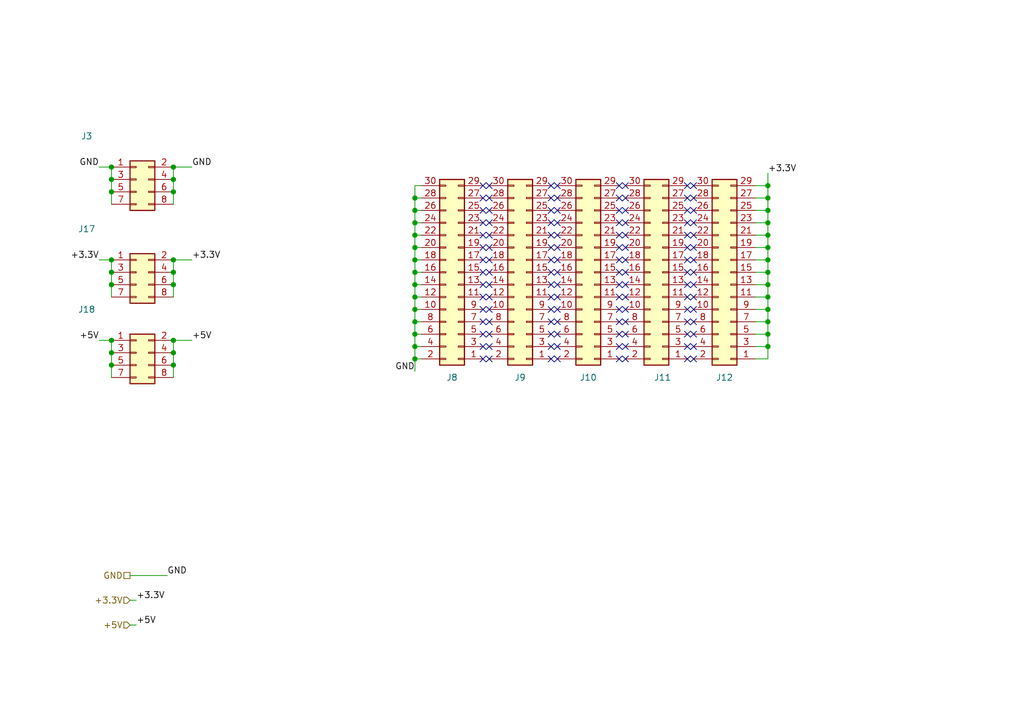
<source format=kicad_sch>
(kicad_sch (version 20231120) (generator "eeschema") (generator_version "8.0")
  (paper "A5")
  (title_block (title "PCB Inerface - Solder area") (date "2024-08-29") (rev "1.0") (company "Designed by CREPP-NLG"))
  (lib_symbols
    (symbol "Connector_Generic:Conn_02x04_Odd_Even" (pin_names (offset 1.016) hide)
      (property "Reference" "J" (at 1.27 5.08 0))
      (property "Value" "Conn_02x04_Odd_Even" (at 1.27 -7.62 0))
      (symbol "Conn_02x04_Odd_Even_1_1"
        (rectangle (start -1.27 -4.953) (end 0 -5.207) (stroke (width 0.1524)))
        (rectangle (start -1.27 -2.413) (end 0 -2.667) (stroke (width 0.1524)))
        (rectangle (start -1.27 0.127) (end 0 -0.127) (stroke (width 0.1524)))
        (rectangle (start -1.27 2.667) (end 0 2.413) (stroke (width 0.1524)))
        (rectangle (start -1.27 3.81) (end 3.81 -6.35) (stroke (width 0.254)) (fill (type background)))
        (rectangle (start 3.81 -4.953) (end 2.54 -5.207) (stroke (width 0.1524)))
        (rectangle (start 3.81 -2.413) (end 2.54 -2.667) (stroke (width 0.1524)))
        (rectangle (start 3.81 0.127) (end 2.54 -0.127) (stroke (width 0.1524)))
        (rectangle (start 3.81 2.667) (end 2.54 2.413) (stroke (width 0.1524)))
        (pin passive line (at -5.08 2.54 0) (length 3.81) (name "Pin_1") (number "1"))
        (pin passive line (at 7.62 2.54 180) (length 3.81) (name "Pin_2") (number "2"))
        (pin passive line (at -5.08 0 0) (length 3.81) (name "Pin_3") (number "3"))
        (pin passive line (at 7.62 0 180) (length 3.81) (name "Pin_4") (number "4"))
        (pin passive line (at -5.08 -2.54 0) (length 3.81) (name "Pin_5") (number "5"))
        (pin passive line (at 7.62 -2.54 180) (length 3.81) (name "Pin_6") (number "6"))
        (pin passive line (at -5.08 -5.08 0) (length 3.81) (name "Pin_7") (number "7"))
        (pin passive line (at 7.62 -5.08 180) (length 3.81) (name "Pin_8") (number "8"))
      )
    )
    (symbol "Connector_Generic:Conn_02x15_Odd_Even" (pin_names (offset 1.016) hide)
      (property "Reference" "J" (at 1.27 20.32 0))
      (property "Value" "Conn_02x15_Odd_Even" (at 1.27 -20.32 0))
      (symbol "Conn_02x15_Odd_Even_1_1"
        (rectangle (start -1.27 -17.653) (end 0 -17.907) (stroke (width 0.1524)))
        (rectangle (start -1.27 -15.113) (end 0 -15.367) (stroke (width 0.1524)))
        (rectangle (start -1.27 -12.573) (end 0 -12.827) (stroke (width 0.1524)))
        (rectangle (start -1.27 -10.033) (end 0 -10.287) (stroke (width 0.1524)))
        (rectangle (start -1.27 -7.493) (end 0 -7.747) (stroke (width 0.1524)))
        (rectangle (start -1.27 -4.953) (end 0 -5.207) (stroke (width 0.1524)))
        (rectangle (start -1.27 -2.413) (end 0 -2.667) (stroke (width 0.1524)))
        (rectangle (start -1.27 0.127) (end 0 -0.127) (stroke (width 0.1524)))
        (rectangle (start -1.27 2.667) (end 0 2.413) (stroke (width 0.1524)))
        (rectangle (start -1.27 5.207) (end 0 4.953) (stroke (width 0.1524)))
        (rectangle (start -1.27 7.747) (end 0 7.493) (stroke (width 0.1524)))
        (rectangle (start -1.27 10.287) (end 0 10.033) (stroke (width 0.1524)))
        (rectangle (start -1.27 12.827) (end 0 12.573) (stroke (width 0.1524)))
        (rectangle (start -1.27 15.367) (end 0 15.113) (stroke (width 0.1524)))
        (rectangle (start -1.27 17.907) (end 0 17.653) (stroke (width 0.1524)))
        (rectangle (start -1.27 19.05) (end 3.81 -19.05) (stroke (width 0.254)) (fill (type background)))
        (rectangle (start 3.81 -17.653) (end 2.54 -17.907) (stroke (width 0.1524)))
        (rectangle (start 3.81 -15.113) (end 2.54 -15.367) (stroke (width 0.1524)))
        (rectangle (start 3.81 -12.573) (end 2.54 -12.827) (stroke (width 0.1524)))
        (rectangle (start 3.81 -10.033) (end 2.54 -10.287) (stroke (width 0.1524)))
        (rectangle (start 3.81 -7.493) (end 2.54 -7.747) (stroke (width 0.1524)))
        (rectangle (start 3.81 -4.953) (end 2.54 -5.207) (stroke (width 0.1524)))
        (rectangle (start 3.81 -2.413) (end 2.54 -2.667) (stroke (width 0.1524)))
        (rectangle (start 3.81 0.127) (end 2.54 -0.127) (stroke (width 0.1524)))
        (rectangle (start 3.81 2.667) (end 2.54 2.413) (stroke (width 0.1524)))
        (rectangle (start 3.81 5.207) (end 2.54 4.953) (stroke (width 0.1524)))
        (rectangle (start 3.81 7.747) (end 2.54 7.493) (stroke (width 0.1524)))
        (rectangle (start 3.81 10.287) (end 2.54 10.033) (stroke (width 0.1524)))
        (rectangle (start 3.81 12.827) (end 2.54 12.573) (stroke (width 0.1524)))
        (rectangle (start 3.81 15.367) (end 2.54 15.113) (stroke (width 0.1524)))
        (rectangle (start 3.81 17.907) (end 2.54 17.653) (stroke (width 0.1524)))
        (pin passive line (at -5.08 17.78 0) (length 3.81) (name "Pin_1") (number "1"))
        (pin passive line (at 7.62 7.62 180) (length 3.81) (name "Pin_10") (number "10"))
        (pin passive line (at -5.08 5.08 0) (length 3.81) (name "Pin_11") (number "11"))
        (pin passive line (at 7.62 5.08 180) (length 3.81) (name "Pin_12") (number "12"))
        (pin passive line (at -5.08 2.54 0) (length 3.81) (name "Pin_13") (number "13"))
        (pin passive line (at 7.62 2.54 180) (length 3.81) (name "Pin_14") (number "14"))
        (pin passive line (at -5.08 0 0) (length 3.81) (name "Pin_15") (number "15"))
        (pin passive line (at 7.62 0 180) (length 3.81) (name "Pin_16") (number "16"))
        (pin passive line (at -5.08 -2.54 0) (length 3.81) (name "Pin_17") (number "17"))
        (pin passive line (at 7.62 -2.54 180) (length 3.81) (name "Pin_18") (number "18"))
        (pin passive line (at -5.08 -5.08 0) (length 3.81) (name "Pin_19") (number "19"))
        (pin passive line (at 7.62 17.78 180) (length 3.81) (name "Pin_2") (number "2"))
        (pin passive line (at 7.62 -5.08 180) (length 3.81) (name "Pin_20") (number "20"))
        (pin passive line (at -5.08 -7.62 0) (length 3.81) (name "Pin_21") (number "21"))
        (pin passive line (at 7.62 -7.62 180) (length 3.81) (name "Pin_22") (number "22"))
        (pin passive line (at -5.08 -10.16 0) (length 3.81) (name "Pin_23") (number "23"))
        (pin passive line (at 7.62 -10.16 180) (length 3.81) (name "Pin_24") (number "24"))
        (pin passive line (at -5.08 -12.7 0) (length 3.81) (name "Pin_25") (number "25"))
        (pin passive line (at 7.62 -12.7 180) (length 3.81) (name "Pin_26") (number "26"))
        (pin passive line (at -5.08 -15.24 0) (length 3.81) (name "Pin_27") (number "27"))
        (pin passive line (at 7.62 -15.24 180) (length 3.81) (name "Pin_28") (number "28"))
        (pin passive line (at -5.08 -17.78 0) (length 3.81) (name "Pin_29") (number "29"))
        (pin passive line (at -5.08 15.24 0) (length 3.81) (name "Pin_3") (number "3"))
        (pin passive line (at 7.62 -17.78 180) (length 3.81) (name "Pin_30") (number "30"))
        (pin passive line (at 7.62 15.24 180) (length 3.81) (name "Pin_4") (number "4"))
        (pin passive line (at -5.08 12.7 0) (length 3.81) (name "Pin_5") (number "5"))
        (pin passive line (at 7.62 12.7 180) (length 3.81) (name "Pin_6") (number "6"))
        (pin passive line (at -5.08 10.16 0) (length 3.81) (name "Pin_7") (number "7"))
        (pin passive line (at 7.62 10.16 180) (length 3.81) (name "Pin_8") (number "8"))
        (pin passive line (at -5.08 7.62 0) (length 3.81) (name "Pin_9") (number "9"))
      )
    )
  )
  (junction (at 85.09 68.58))
  (junction (at 35.56 58.42))
  (junction (at 35.56 69.85))
  (junction (at 157.48 66.04))
  (junction (at 157.48 68.58))
  (junction (at 157.48 58.42))
  (junction (at 157.48 40.64))
  (junction (at 85.09 66.04))
  (junction (at 157.48 48.26))
  (junction (at 35.56 53.34))
  (junction (at 22.86 34.29))
  (junction (at 85.09 40.64))
  (junction (at 157.48 43.18))
  (junction (at 85.09 48.26))
  (junction (at 22.86 39.37))
  (junction (at 22.86 36.83))
  (junction (at 35.56 36.83))
  (junction (at 85.09 73.66))
  (junction (at 85.09 43.18))
  (junction (at 85.09 55.88))
  (junction (at 157.48 53.34))
  (junction (at 22.86 55.88))
  (junction (at 22.86 58.42))
  (junction (at 85.09 53.34))
  (junction (at 35.56 55.88))
  (junction (at 85.09 60.96))
  (junction (at 22.86 53.34))
  (junction (at 85.09 50.8))
  (junction (at 157.48 60.96))
  (junction (at 157.48 55.88))
  (junction (at 35.56 72.39))
  (junction (at 85.09 71.12))
  (junction (at 157.48 63.5))
  (junction (at 85.09 63.5))
  (junction (at 85.09 45.72))
  (junction (at 22.86 74.93))
  (junction (at 35.56 39.37))
  (junction (at 157.48 45.72))
  (junction (at 157.48 50.8))
  (junction (at 35.56 74.93))
  (junction (at 22.86 69.85))
  (junction (at 85.09 58.42))
  (junction (at 35.56 34.29))
  (junction (at 22.86 72.39))
  (junction (at 157.48 38.1))
  (junction (at 157.48 71.12))
  (no_connect (at 128.27 63.5))
  (no_connect (at 113.03 40.64))
  (no_connect (at 140.97 63.5))
  (no_connect (at 114.3 53.34))
  (no_connect (at 99.06 60.96))
  (no_connect (at 127 58.42))
  (no_connect (at 99.06 40.64))
  (no_connect (at 142.24 71.12))
  (no_connect (at 99.06 38.1))
  (no_connect (at 100.33 38.1))
  (no_connect (at 113.03 50.8))
  (no_connect (at 140.97 73.66))
  (no_connect (at 99.06 71.12))
  (no_connect (at 140.97 40.64))
  (no_connect (at 113.03 63.5))
  (no_connect (at 99.06 58.42))
  (no_connect (at 142.24 53.34))
  (no_connect (at 128.27 68.58))
  (no_connect (at 114.3 58.42))
  (no_connect (at 128.27 50.8))
  (no_connect (at 99.06 63.5))
  (no_connect (at 100.33 58.42))
  (no_connect (at 140.97 43.18))
  (no_connect (at 99.06 73.66))
  (no_connect (at 142.24 66.04))
  (no_connect (at 100.33 53.34))
  (no_connect (at 99.06 43.18))
  (no_connect (at 100.33 45.72))
  (no_connect (at 142.24 38.1))
  (no_connect (at 114.3 68.58))
  (no_connect (at 142.24 50.8))
  (no_connect (at 100.33 66.04))
  (no_connect (at 113.03 73.66))
  (no_connect (at 140.97 58.42))
  (no_connect (at 99.06 45.72))
  (no_connect (at 127 43.18))
  (no_connect (at 127 48.26))
  (no_connect (at 113.03 38.1))
  (no_connect (at 127 71.12))
  (no_connect (at 142.24 43.18))
  (no_connect (at 127 60.96))
  (no_connect (at 140.97 68.58))
  (no_connect (at 140.97 38.1))
  (no_connect (at 114.3 63.5))
  (no_connect (at 113.03 48.26))
  (no_connect (at 100.33 63.5))
  (no_connect (at 100.33 50.8))
  (no_connect (at 114.3 40.64))
  (no_connect (at 114.3 66.04))
  (no_connect (at 142.24 58.42))
  (no_connect (at 99.06 50.8))
  (no_connect (at 140.97 66.04))
  (no_connect (at 128.27 58.42))
  (no_connect (at 128.27 73.66))
  (no_connect (at 128.27 71.12))
  (no_connect (at 100.33 48.26))
  (no_connect (at 99.06 55.88))
  (no_connect (at 114.3 48.26))
  (no_connect (at 127 45.72))
  (no_connect (at 113.03 58.42))
  (no_connect (at 114.3 71.12))
  (no_connect (at 142.24 63.5))
  (no_connect (at 128.27 60.96))
  (no_connect (at 128.27 40.64))
  (no_connect (at 127 66.04))
  (no_connect (at 127 68.58))
  (no_connect (at 114.3 38.1))
  (no_connect (at 113.03 71.12))
  (no_connect (at 140.97 55.88))
  (no_connect (at 100.33 68.58))
  (no_connect (at 100.33 71.12))
  (no_connect (at 140.97 45.72))
  (no_connect (at 128.27 66.04))
  (no_connect (at 127 55.88))
  (no_connect (at 128.27 55.88))
  (no_connect (at 142.24 73.66))
  (no_connect (at 113.03 53.34))
  (no_connect (at 113.03 60.96))
  (no_connect (at 113.03 45.72))
  (no_connect (at 128.27 38.1))
  (no_connect (at 127 50.8))
  (no_connect (at 100.33 73.66))
  (no_connect (at 140.97 50.8))
  (no_connect (at 114.3 45.72))
  (no_connect (at 100.33 55.88))
  (no_connect (at 99.06 53.34))
  (no_connect (at 100.33 43.18))
  (no_connect (at 114.3 73.66))
  (no_connect (at 128.27 43.18))
  (no_connect (at 99.06 66.04))
  (no_connect (at 114.3 43.18))
  (no_connect (at 142.24 48.26))
  (no_connect (at 142.24 40.64))
  (no_connect (at 128.27 48.26))
  (no_connect (at 127 53.34))
  (no_connect (at 127 40.64))
  (no_connect (at 113.03 55.88))
  (no_connect (at 142.24 60.96))
  (no_connect (at 114.3 50.8))
  (no_connect (at 128.27 53.34))
  (no_connect (at 100.33 60.96))
  (no_connect (at 99.06 48.26))
  (no_connect (at 114.3 55.88))
  (no_connect (at 114.3 60.96))
  (no_connect (at 127 38.1))
  (no_connect (at 128.27 45.72))
  (no_connect (at 113.03 43.18))
  (no_connect (at 140.97 48.26))
  (no_connect (at 142.24 55.88))
  (no_connect (at 140.97 71.12))
  (no_connect (at 100.33 40.64))
  (no_connect (at 113.03 66.04))
  (no_connect (at 142.24 68.58))
  (no_connect (at 113.03 68.58))
  (no_connect (at 99.06 68.58))
  (no_connect (at 127 63.5))
  (no_connect (at 140.97 53.34))
  (no_connect (at 142.24 45.72))
  (no_connect (at 127 73.66))
  (no_connect (at 140.97 60.96))
  (wire (pts (xy 35.56 34.29) (xy 39.37 34.29)))
  (wire (pts (xy 157.48 53.34) (xy 157.48 55.88)))
  (wire (pts (xy 35.56 53.34) (xy 35.56 55.88)))
  (wire (pts (xy 35.56 72.39) (xy 35.56 74.93)))
  (wire (pts (xy 154.94 38.1) (xy 157.48 38.1)))
  (wire (pts (xy 157.48 48.26) (xy 157.48 50.8)))
  (wire (pts (xy 22.86 69.85) (xy 22.86 72.39)))
  (wire (pts (xy 85.09 43.18) (xy 85.09 45.72)))
  (wire (pts (xy 20.32 53.34) (xy 22.86 53.34)))
  (wire (pts (xy 22.86 53.34) (xy 22.86 55.88)))
  (wire (pts (xy 85.09 43.18) (xy 86.36 43.18)))
  (wire (pts (xy 27.94 128.27) (xy 26.67 128.27)))
  (wire (pts (xy 85.09 71.12) (xy 85.09 73.66)))
  (wire (pts (xy 157.48 45.72) (xy 157.48 48.26)))
  (wire (pts (xy 85.09 53.34) (xy 86.36 53.34)))
  (wire (pts (xy 157.48 50.8) (xy 157.48 53.34)))
  (wire (pts (xy 85.09 73.66) (xy 86.36 73.66)))
  (wire (pts (xy 85.09 60.96) (xy 85.09 63.5)))
  (wire (pts (xy 22.86 74.93) (xy 22.86 77.47)))
  (wire (pts (xy 157.48 55.88) (xy 157.48 58.42)))
  (wire (pts (xy 22.86 55.88) (xy 22.86 58.42)))
  (wire (pts (xy 85.09 55.88) (xy 86.36 55.88)))
  (wire (pts (xy 35.56 34.29) (xy 35.56 36.83)))
  (wire (pts (xy 22.86 58.42) (xy 22.86 60.96)))
  (wire (pts (xy 154.94 48.26) (xy 157.48 48.26)))
  (wire (pts (xy 85.09 60.96) (xy 86.36 60.96)))
  (wire (pts (xy 85.09 73.66) (xy 85.09 76.2)))
  (wire (pts (xy 154.94 66.04) (xy 157.48 66.04)))
  (wire (pts (xy 20.32 34.29) (xy 22.86 34.29)))
  (wire (pts (xy 154.94 71.12) (xy 157.48 71.12)))
  (wire (pts (xy 85.09 71.12) (xy 86.36 71.12)))
  (wire (pts (xy 35.56 58.42) (xy 35.56 60.96)))
  (wire (pts (xy 85.09 45.72) (xy 86.36 45.72)))
  (wire (pts (xy 157.48 40.64) (xy 157.48 43.18)))
  (wire (pts (xy 154.94 53.34) (xy 157.48 53.34)))
  (wire (pts (xy 157.48 60.96) (xy 157.48 63.5)))
  (wire (pts (xy 157.48 38.1) (xy 157.48 40.64)))
  (wire (pts (xy 85.09 55.88) (xy 85.09 58.42)))
  (wire (pts (xy 154.94 60.96) (xy 157.48 60.96)))
  (wire (pts (xy 85.09 58.42) (xy 85.09 60.96)))
  (wire (pts (xy 154.94 63.5) (xy 157.48 63.5)))
  (wire (pts (xy 154.94 43.18) (xy 157.48 43.18)))
  (wire (pts (xy 85.09 68.58) (xy 85.09 71.12)))
  (wire (pts (xy 157.48 35.56) (xy 157.48 38.1)))
  (wire (pts (xy 35.56 53.34) (xy 39.37 53.34)))
  (wire (pts (xy 35.56 55.88) (xy 35.56 58.42)))
  (wire (pts (xy 26.67 118.11) (xy 34.29 118.11)))
  (wire (pts (xy 22.86 39.37) (xy 22.86 41.91)))
  (wire (pts (xy 85.09 53.34) (xy 85.09 55.88)))
  (wire (pts (xy 85.09 48.26) (xy 85.09 50.8)))
  (wire (pts (xy 22.86 36.83) (xy 22.86 39.37)))
  (wire (pts (xy 35.56 36.83) (xy 35.56 39.37)))
  (wire (pts (xy 85.09 50.8) (xy 85.09 53.34)))
  (wire (pts (xy 157.48 71.12) (xy 157.48 73.66)))
  (wire (pts (xy 154.94 55.88) (xy 157.48 55.88)))
  (wire (pts (xy 85.09 38.1) (xy 85.09 40.64)))
  (wire (pts (xy 35.56 69.85) (xy 35.56 72.39)))
  (wire (pts (xy 157.48 43.18) (xy 157.48 45.72)))
  (wire (pts (xy 85.09 45.72) (xy 85.09 48.26)))
  (wire (pts (xy 154.94 50.8) (xy 157.48 50.8)))
  (wire (pts (xy 157.48 58.42) (xy 157.48 60.96)))
  (wire (pts (xy 154.94 58.42) (xy 157.48 58.42)))
  (wire (pts (xy 35.56 74.93) (xy 35.56 77.47)))
  (wire (pts (xy 85.09 68.58) (xy 86.36 68.58)))
  (wire (pts (xy 22.86 72.39) (xy 22.86 74.93)))
  (wire (pts (xy 157.48 63.5) (xy 157.48 66.04)))
  (wire (pts (xy 35.56 39.37) (xy 35.56 41.91)))
  (wire (pts (xy 154.94 73.66) (xy 157.48 73.66)))
  (wire (pts (xy 85.09 58.42) (xy 86.36 58.42)))
  (wire (pts (xy 85.09 40.64) (xy 86.36 40.64)))
  (wire (pts (xy 157.48 66.04) (xy 157.48 68.58)))
  (wire (pts (xy 154.94 45.72) (xy 157.48 45.72)))
  (wire (pts (xy 85.09 40.64) (xy 85.09 43.18)))
  (wire (pts (xy 85.09 63.5) (xy 85.09 66.04)))
  (wire (pts (xy 85.09 50.8) (xy 86.36 50.8)))
  (wire (pts (xy 85.09 66.04) (xy 85.09 68.58)))
  (wire (pts (xy 27.94 123.19) (xy 26.67 123.19)))
  (wire (pts (xy 86.36 38.1) (xy 85.09 38.1)))
  (wire (pts (xy 85.09 63.5) (xy 86.36 63.5)))
  (wire (pts (xy 20.32 69.85) (xy 22.86 69.85)))
  (wire (pts (xy 85.09 48.26) (xy 86.36 48.26)))
  (wire (pts (xy 154.94 68.58) (xy 157.48 68.58)))
  (wire (pts (xy 35.56 69.85) (xy 39.37 69.85)))
  (wire (pts (xy 154.94 40.64) (xy 157.48 40.64)))
  (wire (pts (xy 85.09 66.04) (xy 86.36 66.04)))
  (wire (pts (xy 157.48 68.58) (xy 157.48 71.12)))
  (wire (pts (xy 22.86 34.29) (xy 22.86 36.83)))
  (label "GND" (at 34.29 118.11 0))
  (label "GND" (at 20.32 34.29 180))
  (label "+3.3V" (at 157.48 35.56 0))
  (label "+3.3V" (at 39.37 53.34 0))
  (label "+5V" (at 27.94 128.27 0))
  (label "+5V" (at 39.37 69.85 0))
  (label "GND" (at 39.37 34.29 0))
  (label "+3.3V" (at 20.32 53.34 180))
  (label "GND" (at 85.09 76.2 180))
  (label "+3.3V" (at 27.94 123.19 0))
  (label "+5V" (at 20.32 69.85 180))
  (hierarchical_label "GND" (shape passive) (at 26.67 118.11 180))
  (hierarchical_label "+3.3V" (shape input) (at 26.67 123.19 180))
  (hierarchical_label "+5V" (shape input) (at 26.67 128.27 180))
  (symbol (lib_id "Connector_Generic:Conn_02x15_Odd_Even") (at 107.95 55.88 180) (unit 1)
    (property "Reference" "J9" (at 106.68 77.47 0))
    (property "Value" "Right_Connector" (effects (hide yes)))
    (property "Footprint" "Connector_PinHeader_2.54mm:PinHeader_2x15_P2.54mm_Vertical" (effects (hide yes)))
    (property "Description" "Generic connector, double row, 02x15, odd/even pin numbering scheme (row 1 odd numbers, row 2 even numbers), script generated (kicad-library-utils/schlib/autogen/connector/)" (effects (hide yes)))
  )
  (symbol (lib_id "Connector_Generic:Conn_02x15_Odd_Even") (at 93.98 55.88 180) (unit 1)
    (property "Reference" "J8" (at 92.71 77.47 0))
    (property "Value" "Right_Connector" (effects (hide yes)))
    (property "Footprint" "Connector_PinHeader_2.54mm:PinHeader_2x15_P2.54mm_Vertical" (effects (hide yes)))
    (property "Description" "Generic connector, double row, 02x15, odd/even pin numbering scheme (row 1 odd numbers, row 2 even numbers), script generated (kicad-library-utils/schlib/autogen/connector/)" (effects (hide yes)))
  )
  (symbol (lib_id "Connector_Generic:Conn_02x15_Odd_Even") (at 149.86 55.88 180) (unit 1)
    (property "Reference" "J12" (at 148.59 77.47 0))
    (property "Value" "Right_Connector" (effects (hide yes)))
    (property "Footprint" "Connector_PinHeader_2.54mm:PinHeader_2x15_P2.54mm_Vertical" (effects (hide yes)))
    (property "Description" "Generic connector, double row, 02x15, odd/even pin numbering scheme (row 1 odd numbers, row 2 even numbers), script generated (kicad-library-utils/schlib/autogen/connector/)" (effects (hide yes)))
  )
  (symbol (lib_id "Connector_Generic:Conn_02x15_Odd_Even") (at 135.89 55.88 180) (unit 1)
    (property "Reference" "J11" (at 135.89 77.47 0))
    (property "Value" "Right_Connector" (effects (hide yes)))
    (property "Footprint" "Connector_PinHeader_2.54mm:PinHeader_2x15_P2.54mm_Vertical" (effects (hide yes)))
    (property "Description" "Generic connector, double row, 02x15, odd/even pin numbering scheme (row 1 odd numbers, row 2 even numbers), script generated (kicad-library-utils/schlib/autogen/connector/)" (effects (hide yes)))
  )
  (symbol (lib_id "Connector_Generic:Conn_02x04_Odd_Even") (at 27.94 55.88 0) (unit 1)
    (property "Reference" "J17" (at 17.78 46.99 0))
    (property "Value" "Conn_02x04_Odd_Even" (effects (hide yes)))
    (property "Footprint" "Connector_PinHeader_2.54mm:PinHeader_2x04_P2.54mm_Vertical" (effects (hide yes)))
    (property "Description" "Generic connector, double row, 02x04, odd/even pin numbering scheme (row 1 odd numbers, row 2 even numbers), script generated (kicad-library-utils/schlib/autogen/connector/)" (effects (hide yes)))
  )
  (symbol (lib_id "Connector_Generic:Conn_02x04_Odd_Even") (at 27.94 36.83 0) (unit 1)
    (property "Reference" "J3" (at 17.78 27.94 0))
    (property "Value" "Conn_02x04_Odd_Even" (effects (hide yes)))
    (property "Footprint" "Connector_PinHeader_2.54mm:PinHeader_2x04_P2.54mm_Vertical" (effects (hide yes)))
    (property "Description" "Generic connector, double row, 02x04, odd/even pin numbering scheme (row 1 odd numbers, row 2 even numbers), script generated (kicad-library-utils/schlib/autogen/connector/)" (effects (hide yes)))
  )
  (symbol (lib_id "Connector_Generic:Conn_02x04_Odd_Even") (at 27.94 72.39 0) (unit 1)
    (property "Reference" "J18" (at 17.78 63.5 0))
    (property "Value" "Conn_02x04_Odd_Even" (effects (hide yes)))
    (property "Footprint" "Connector_PinHeader_2.54mm:PinHeader_2x04_P2.54mm_Vertical" (effects (hide yes)))
    (property "Description" "Generic connector, double row, 02x04, odd/even pin numbering scheme (row 1 odd numbers, row 2 even numbers), script generated (kicad-library-utils/schlib/autogen/connector/)" (effects (hide yes)))
  )
  (symbol (lib_id "Connector_Generic:Conn_02x15_Odd_Even") (at 121.92 55.88 180) (unit 1)
    (property "Reference" "J10" (at 120.65 77.47 0))
    (property "Value" "Right_Connector" (effects (hide yes)))
    (property "Footprint" "Connector_PinHeader_2.54mm:PinHeader_2x15_P2.54mm_Vertical" (effects (hide yes)))
    (property "Description" "Generic connector, double row, 02x15, odd/even pin numbering scheme (row 1 odd numbers, row 2 even numbers), script generated (kicad-library-utils/schlib/autogen/connector/)" (effects (hide yes)))
  )
)
</source>
